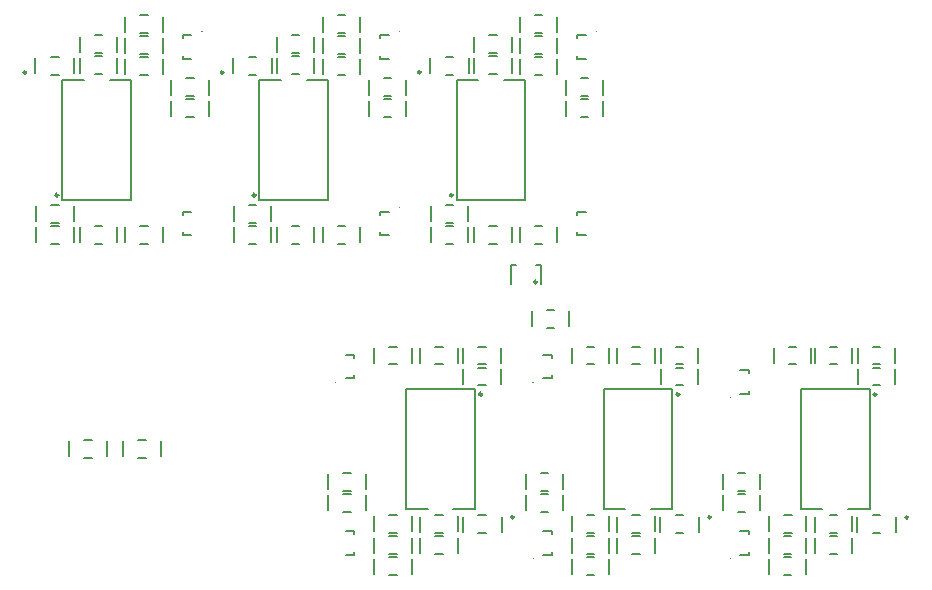
<source format=gbo>
G04*
G04 #@! TF.GenerationSoftware,Altium Limited,Altium Designer,22.1.2 (22)*
G04*
G04 Layer_Color=32896*
%FSAX42Y42*%
%MOMM*%
G71*
G04*
G04 #@! TF.SameCoordinates,62F643CC-CF5F-4127-9562-83DCACE2805F*
G04*
G04*
G04 #@! TF.FilePolarity,Positive*
G04*
G01*
G75*
%ADD10C,0.25*%
%ADD11C,0.25*%
%ADD13C,0.20*%
%ADD14C,0.15*%
%ADD89C,0.10*%
D10*
X008154Y001355D02*
G03*
X008154Y001355I-000010J000000D01*
G01*
X006484D02*
G03*
X006484Y001355I-000010J000000D01*
G01*
X004814D02*
G03*
X004814Y001355I-000010J000000D01*
G01*
X004026Y005121D02*
G03*
X004026Y005121I-000010J000000D01*
G01*
X000686D02*
G03*
X000686Y005121I-000010J000000D01*
G01*
X002356D02*
G03*
X002356Y005121I-000010J000000D01*
G01*
D11*
X007886Y002395D02*
G03*
X007886Y002395I-000012J000000D01*
G01*
X006216D02*
G03*
X006216Y002395I-000012J000000D01*
G01*
X004546D02*
G03*
X004546Y002395I-000012J000000D01*
G01*
X004299Y004081D02*
G03*
X004299Y004081I-000012J000000D01*
G01*
X000959D02*
G03*
X000959Y004081I-000012J000000D01*
G01*
X002629D02*
G03*
X002629Y004081I-000012J000000D01*
G01*
X005012Y003345D02*
G03*
X005012Y003345I-000012J000000D01*
G01*
D13*
X007246Y001422D02*
Y002438D01*
X007829D01*
X007246Y001422D02*
X007427D01*
X007829D02*
Y002438D01*
X007644Y001422D02*
X007829D01*
X005974D02*
X006159D01*
Y002438D01*
X005576Y001422D02*
X005757D01*
X005576Y002438D02*
X006159D01*
X005576Y001422D02*
Y002438D01*
X003906Y001422D02*
Y002438D01*
X004489D01*
X003906Y001422D02*
X004087D01*
X004489D02*
Y002438D01*
X004304Y001422D02*
X004489D01*
X004331Y005054D02*
X004516D01*
X004331Y004038D02*
Y005054D01*
X004733D02*
X004914D01*
X004331Y004038D02*
X004914D01*
Y005054D01*
X001574Y004038D02*
Y005054D01*
X000991Y004038D02*
X001574D01*
X001393Y005054D02*
X001574D01*
X000991Y004038D02*
Y005054D01*
X001176D01*
X002661D02*
X002846D01*
X002661Y004038D02*
Y005054D01*
X003063D02*
X003244D01*
X002661Y004038D02*
X003244D01*
Y005054D01*
X006734Y001035D02*
X006807D01*
Y001060D01*
X006734Y001235D02*
X006807D01*
Y001210D02*
Y001235D01*
X006735Y002400D02*
X006807D01*
Y002425D01*
X006735Y002600D02*
X006807D01*
Y002575D02*
Y002600D01*
X003394Y001035D02*
X003467D01*
Y001060D01*
X003394Y001235D02*
X003467D01*
Y001210D02*
Y001235D01*
X003395Y002530D02*
X003467D01*
Y002555D01*
X003395Y002730D02*
X003467D01*
Y002705D02*
Y002730D01*
X005137Y001210D02*
Y001235D01*
X005064D02*
X005137D01*
Y001035D02*
Y001060D01*
X005064Y001035D02*
X005137D01*
X005137Y002705D02*
Y002730D01*
X005065D02*
X005137D01*
Y002530D02*
Y002555D01*
X005065Y002530D02*
X005137D01*
X002013Y003940D02*
X002085D01*
X002013Y003915D02*
Y003940D01*
Y003740D02*
X002085D01*
X002013D02*
Y003765D01*
X002013Y005435D02*
X002086D01*
X002013Y005410D02*
Y005435D01*
Y005235D02*
X002086D01*
X002013D02*
Y005260D01*
X003683Y003940D02*
X003755D01*
X003683Y003915D02*
Y003940D01*
Y003740D02*
X003755D01*
X003683D02*
Y003765D01*
X003683Y005435D02*
X003756D01*
X003683Y005410D02*
Y005435D01*
Y005235D02*
X003756D01*
X003683D02*
Y005260D01*
X005353Y005435D02*
X005426D01*
X005353Y005410D02*
Y005435D01*
Y005235D02*
X005426D01*
X005353D02*
Y005260D01*
X005353Y003940D02*
X005425D01*
X005353Y003915D02*
Y003940D01*
Y003740D02*
X005425D01*
X005353D02*
Y003765D01*
X004790Y003490D02*
X004835D01*
X005005D02*
X005050D01*
Y003328D02*
Y003490D01*
X004790Y003328D02*
Y003490D01*
D14*
X007855Y001376D02*
X007919D01*
X007490Y001372D02*
X007553D01*
X007681Y001235D02*
Y001362D01*
X007363Y001232D02*
Y001359D01*
X008054Y001232D02*
Y001359D01*
X007724Y001232D02*
Y001359D01*
X007855Y001223D02*
X007919D01*
X007490Y001220D02*
X007553D01*
X007490Y001193D02*
X007553D01*
X007363Y001053D02*
Y001180D01*
X007680Y001053D02*
Y001180D01*
X007490Y001041D02*
X007553D01*
X005820D02*
X005883D01*
X006010Y001053D02*
Y001180D01*
X005693Y001053D02*
Y001180D01*
X005820Y001193D02*
X005883D01*
X005820Y001220D02*
X005883D01*
X006185Y001223D02*
X006249D01*
X006054Y001232D02*
Y001359D01*
X006384Y001232D02*
Y001359D01*
X005693Y001232D02*
Y001359D01*
X006011Y001235D02*
Y001362D01*
X005820Y001372D02*
X005883D01*
X006185Y001376D02*
X006249D01*
X004515D02*
X004579D01*
X004150Y001372D02*
X004213D01*
X004341Y001235D02*
Y001362D01*
X004023Y001232D02*
Y001359D01*
X004714Y001232D02*
Y001359D01*
X004384Y001232D02*
Y001359D01*
X004515Y001223D02*
X004579D01*
X004150Y001220D02*
X004213D01*
X004150Y001193D02*
X004213D01*
X004023Y001053D02*
Y001180D01*
X004340Y001053D02*
Y001180D01*
X004150Y001041D02*
X004213D01*
X004607Y005435D02*
X004670D01*
X004480Y005296D02*
Y005423D01*
X004797Y005296D02*
Y005423D01*
X004607Y005283D02*
X004670D01*
X004607Y005256D02*
X004670D01*
X004241Y005253D02*
X004305D01*
X004436Y005117D02*
Y005244D01*
X004106Y005117D02*
Y005244D01*
X004797Y005117D02*
Y005244D01*
X004479Y005114D02*
Y005241D01*
X004607Y005104D02*
X004670D01*
X004241Y005100D02*
X004305D01*
X000901D02*
X000965D01*
X001267Y005104D02*
X001330D01*
X001139Y005114D02*
Y005241D01*
X001457Y005117D02*
Y005244D01*
X000766Y005117D02*
Y005244D01*
X001096Y005117D02*
Y005244D01*
X000901Y005253D02*
X000965D01*
X001267Y005256D02*
X001330D01*
X001267Y005283D02*
X001330D01*
X001457Y005296D02*
Y005423D01*
X001140Y005296D02*
Y005423D01*
X001267Y005435D02*
X001330D01*
X002937D02*
X003000D01*
X002810Y005296D02*
Y005423D01*
X003127Y005296D02*
Y005423D01*
X002937Y005283D02*
X003000D01*
X002937Y005256D02*
X003000D01*
X002571Y005253D02*
X002635D01*
X002766Y005117D02*
Y005244D01*
X002436Y005117D02*
Y005244D01*
X003127Y005117D02*
Y005244D01*
X002809Y005114D02*
Y005241D01*
X002937Y005104D02*
X003000D01*
X002571Y005100D02*
X002635D01*
X007143Y002647D02*
X007206D01*
X007143Y002799D02*
X007206D01*
X007016Y002660D02*
Y002787D01*
X007333Y002660D02*
Y002787D01*
X007855Y002647D02*
X007919D01*
X007855Y002799D02*
X007919D01*
X007728Y002660D02*
Y002787D01*
X008046Y002660D02*
Y002787D01*
X007490Y002647D02*
X007554D01*
X007490Y002799D02*
X007554D01*
X007363Y002660D02*
Y002787D01*
X007681Y002660D02*
Y002787D01*
X007103Y001221D02*
X007167D01*
X007103Y001373D02*
X007167D01*
X006976Y001233D02*
Y001360D01*
X007293Y001233D02*
Y001360D01*
X006713Y001399D02*
X006776D01*
X006713Y001551D02*
X006776D01*
X006586Y001412D02*
Y001539D01*
X006903Y001412D02*
Y001539D01*
X007855Y002621D02*
X007919D01*
X007855Y002469D02*
X007919D01*
X008046Y002481D02*
Y002608D01*
X007728Y002481D02*
Y002608D01*
X007103Y000864D02*
X007166D01*
X007103Y001016D02*
X007166D01*
X006976Y000877D02*
Y001004D01*
X007293Y000877D02*
Y001004D01*
X007103Y001042D02*
X007166D01*
X007103Y001195D02*
X007166D01*
X006976Y001055D02*
Y001182D01*
X007293Y001055D02*
Y001182D01*
X006713Y001730D02*
X006776D01*
X006713Y001577D02*
X006776D01*
X006903Y001590D02*
Y001717D01*
X006586Y001590D02*
Y001717D01*
X004388Y002481D02*
Y002608D01*
X004706Y002481D02*
Y002608D01*
X004515Y002469D02*
X004579D01*
X004515Y002621D02*
X004579D01*
X003953Y000877D02*
Y001004D01*
X003636Y000877D02*
Y001004D01*
X003763Y001016D02*
X003826D01*
X003763Y000864D02*
X003826D01*
X004706Y002660D02*
Y002787D01*
X004388Y002660D02*
Y002787D01*
X004515Y002799D02*
X004579D01*
X004515Y002647D02*
X004579D01*
X004341Y002660D02*
Y002787D01*
X004023Y002660D02*
Y002787D01*
X004150Y002799D02*
X004214D01*
X004150Y002647D02*
X004214D01*
X003563Y001412D02*
Y001539D01*
X003246Y001412D02*
Y001539D01*
X003373Y001551D02*
X003436D01*
X003373Y001399D02*
X003436D01*
X003953Y002660D02*
Y002787D01*
X003636Y002660D02*
Y002787D01*
X003763Y002799D02*
X003826D01*
X003763Y002647D02*
X003826D01*
X003953Y001055D02*
Y001182D01*
X003636Y001055D02*
Y001182D01*
X003763Y001195D02*
X003826D01*
X003763Y001042D02*
X003826D01*
X003953Y001233D02*
Y001360D01*
X003636Y001233D02*
Y001360D01*
X003763Y001373D02*
X003826D01*
X003763Y001221D02*
X003826D01*
X003246Y001590D02*
Y001717D01*
X003563Y001590D02*
Y001717D01*
X003373Y001577D02*
X003436D01*
X003373Y001730D02*
X003436D01*
X005623Y001055D02*
Y001182D01*
X005306Y001055D02*
Y001182D01*
X005433Y001195D02*
X005496D01*
X005433Y001042D02*
X005496D01*
X006376Y002660D02*
Y002787D01*
X006058Y002660D02*
Y002787D01*
X006185Y002799D02*
X006249D01*
X006185Y002647D02*
X006249D01*
X006011Y002660D02*
Y002787D01*
X005693Y002660D02*
Y002787D01*
X005820Y002799D02*
X005884D01*
X005820Y002647D02*
X005884D01*
X005624Y001233D02*
Y001360D01*
X005306Y001233D02*
Y001360D01*
X005433Y001373D02*
X005497D01*
X005433Y001221D02*
X005497D01*
X005233Y001412D02*
Y001539D01*
X004916Y001412D02*
Y001539D01*
X005043Y001551D02*
X005106D01*
X005043Y001399D02*
X005106D01*
X005623Y000877D02*
Y001004D01*
X005306Y000877D02*
Y001004D01*
X005433Y001016D02*
X005496D01*
X005433Y000864D02*
X005496D01*
X005623Y002660D02*
Y002787D01*
X005306Y002660D02*
Y002787D01*
X005433Y002799D02*
X005496D01*
X005433Y002647D02*
X005496D01*
X004916Y001590D02*
Y001717D01*
X005233Y001590D02*
Y001717D01*
X005043Y001577D02*
X005106D01*
X005043Y001730D02*
X005106D01*
X006058Y002481D02*
Y002608D01*
X006376Y002481D02*
Y002608D01*
X006185Y002469D02*
X006249D01*
X006185Y002621D02*
X006249D01*
X001828Y001869D02*
Y001996D01*
X001511Y001869D02*
Y001996D01*
X001638Y002009D02*
X001701D01*
X001638Y001856D02*
X001701D01*
X001052Y001869D02*
Y001996D01*
X001369Y001869D02*
Y001996D01*
X001178Y001856D02*
X001242D01*
X001178Y002009D02*
X001242D01*
X002809Y003683D02*
Y003810D01*
X003127Y003683D02*
Y003810D01*
X002936Y003671D02*
X003000D01*
X002936Y003823D02*
X003000D01*
X002234Y004753D02*
Y004880D01*
X001917Y004753D02*
Y004880D01*
X002044Y004893D02*
X002107D01*
X002044Y004740D02*
X002107D01*
X001527Y005288D02*
Y005415D01*
X001844Y005288D02*
Y005415D01*
X001654Y005275D02*
X001717D01*
X001654Y005428D02*
X001717D01*
X001527Y003683D02*
Y003810D01*
X001844Y003683D02*
Y003810D01*
X001654Y003671D02*
X001717D01*
X001654Y003823D02*
X001717D01*
X001527Y005466D02*
Y005593D01*
X001844Y005466D02*
Y005593D01*
X001654Y005454D02*
X001717D01*
X001654Y005606D02*
X001717D01*
X001092Y003862D02*
Y003989D01*
X000774Y003862D02*
Y003989D01*
X000901Y004001D02*
X000965D01*
X000901Y003849D02*
X000965D01*
X001917Y004931D02*
Y005058D01*
X002234Y004931D02*
Y005058D01*
X002044Y004919D02*
X002107D01*
X002044Y005071D02*
X002107D01*
X001527Y005110D02*
Y005237D01*
X001844Y005110D02*
Y005237D01*
X001653Y005097D02*
X001717D01*
X001653Y005249D02*
X001717D01*
X001139Y003683D02*
Y003810D01*
X001457Y003683D02*
Y003810D01*
X001266Y003671D02*
X001330D01*
X001266Y003823D02*
X001330D01*
X000774Y003683D02*
Y003810D01*
X001092Y003683D02*
Y003810D01*
X000901Y003671D02*
X000965D01*
X000901Y003823D02*
X000965D01*
X003904Y004753D02*
Y004880D01*
X003587Y004753D02*
Y004880D01*
X003714Y004893D02*
X003777D01*
X003714Y004740D02*
X003777D01*
X003197Y005288D02*
Y005415D01*
X003514Y005288D02*
Y005415D01*
X003324Y005275D02*
X003387D01*
X003324Y005428D02*
X003387D01*
X003197Y003683D02*
Y003810D01*
X003514Y003683D02*
Y003810D01*
X003324Y003671D02*
X003387D01*
X003324Y003823D02*
X003387D01*
X003197Y005466D02*
Y005593D01*
X003514Y005466D02*
Y005593D01*
X003324Y005454D02*
X003387D01*
X003324Y005606D02*
X003387D01*
X002762Y003862D02*
Y003989D01*
X002444Y003862D02*
Y003989D01*
X002571Y004001D02*
X002635D01*
X002571Y003849D02*
X002635D01*
X003587Y004931D02*
Y005058D01*
X003904Y004931D02*
Y005058D01*
X003714Y004919D02*
X003777D01*
X003714Y005071D02*
X003777D01*
X003197Y005110D02*
Y005237D01*
X003514Y005110D02*
Y005237D01*
X003324Y005097D02*
X003387D01*
X003324Y005249D02*
X003387D01*
X002444Y003683D02*
Y003810D01*
X002762Y003683D02*
Y003810D01*
X002571Y003671D02*
X002635D01*
X002571Y003823D02*
X002635D01*
X004114Y003683D02*
Y003810D01*
X004432Y003683D02*
Y003810D01*
X004241Y003671D02*
X004305D01*
X004241Y003823D02*
X004305D01*
X004479Y003683D02*
Y003810D01*
X004797Y003683D02*
Y003810D01*
X004606Y003671D02*
X004670D01*
X004606Y003823D02*
X004670D01*
X004867Y005110D02*
Y005237D01*
X005184Y005110D02*
Y005237D01*
X004994Y005097D02*
X005057D01*
X004994Y005249D02*
X005057D01*
X005257Y004931D02*
Y005058D01*
X005574Y004931D02*
Y005058D01*
X005384Y004919D02*
X005447D01*
X005384Y005071D02*
X005447D01*
X004432Y003862D02*
Y003989D01*
X004114Y003862D02*
Y003989D01*
X004241Y004001D02*
X004305D01*
X004241Y003849D02*
X004305D01*
X004867Y005466D02*
Y005593D01*
X005184Y005466D02*
Y005593D01*
X004994Y005454D02*
X005057D01*
X004994Y005606D02*
X005057D01*
X004867Y003683D02*
Y003810D01*
X005184Y003683D02*
Y003810D01*
X004994Y003671D02*
X005057D01*
X004994Y003823D02*
X005057D01*
X004867Y005288D02*
Y005415D01*
X005184Y005288D02*
Y005415D01*
X004994Y005275D02*
X005057D01*
X004994Y005428D02*
X005057D01*
X005574Y004753D02*
Y004880D01*
X005257Y004753D02*
Y004880D01*
X005384Y004893D02*
X005447D01*
X005384Y004740D02*
X005447D01*
X005283Y002970D02*
Y003097D01*
X004966Y002970D02*
Y003097D01*
X005093Y003110D02*
X005156D01*
X005093Y002957D02*
X005156D01*
D89*
X006652Y001002D02*
G03*
X006652Y001002I-000005J000000D01*
G01*
X006652Y002367D02*
G03*
X006652Y002367I-000005J000000D01*
G01*
X003312Y001002D02*
G03*
X003312Y001002I-000005J000000D01*
G01*
X003312Y002498D02*
G03*
X003312Y002498I-000005J000000D01*
G01*
X004982Y001002D02*
G03*
X004982Y001002I-000005J000000D01*
G01*
X004982Y002498D02*
G03*
X004982Y002498I-000005J000000D01*
G01*
X002178Y003972D02*
G03*
X002178Y003972I-000005J000000D01*
G01*
X002178Y005468D02*
G03*
X002178Y005468I-000005J000000D01*
G01*
X003848Y003972D02*
G03*
X003848Y003972I-000005J000000D01*
G01*
X003848Y005468D02*
G03*
X003848Y005468I-000005J000000D01*
G01*
X005518D02*
G03*
X005518Y005468I-000005J000000D01*
G01*
X005518Y003972D02*
G03*
X005518Y003972I-000005J000000D01*
G01*
M02*

</source>
